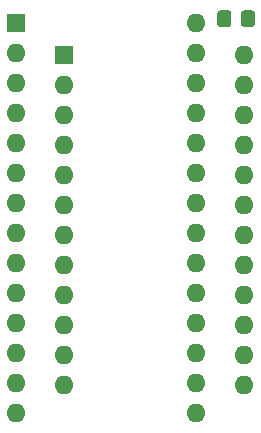
<source format=gts>
G04 #@! TF.GenerationSoftware,KiCad,Pcbnew,5.1.12-84ad8e8a86~92~ubuntu20.04.1*
G04 #@! TF.CreationDate,2022-05-17T18:41:04-04:00*
G04 #@! TF.ProjectId,fm1608-to-6116,666d3136-3038-42d7-946f-2d363131362e,1.0*
G04 #@! TF.SameCoordinates,Original*
G04 #@! TF.FileFunction,Soldermask,Top*
G04 #@! TF.FilePolarity,Negative*
%FSLAX46Y46*%
G04 Gerber Fmt 4.6, Leading zero omitted, Abs format (unit mm)*
G04 Created by KiCad (PCBNEW 5.1.12-84ad8e8a86~92~ubuntu20.04.1) date 2022-05-17 18:41:04*
%MOMM*%
%LPD*%
G01*
G04 APERTURE LIST*
%ADD10O,1.600000X1.600000*%
%ADD11R,1.600000X1.600000*%
G04 APERTURE END LIST*
G36*
G01*
X148609000Y-73665501D02*
X148609000Y-72765499D01*
G75*
G02*
X148858999Y-72515500I249999J0D01*
G01*
X149559001Y-72515500D01*
G75*
G02*
X149809000Y-72765499I0J-249999D01*
G01*
X149809000Y-73665501D01*
G75*
G02*
X149559001Y-73915500I-249999J0D01*
G01*
X148858999Y-73915500D01*
G75*
G02*
X148609000Y-73665501I0J249999D01*
G01*
G37*
G36*
G01*
X146609000Y-73665501D02*
X146609000Y-72765499D01*
G75*
G02*
X146858999Y-72515500I249999J0D01*
G01*
X147559001Y-72515500D01*
G75*
G02*
X147809000Y-72765499I0J-249999D01*
G01*
X147809000Y-73665501D01*
G75*
G02*
X147559001Y-73915500I-249999J0D01*
G01*
X146858999Y-73915500D01*
G75*
G02*
X146609000Y-73665501I0J249999D01*
G01*
G37*
D10*
X144780000Y-73596500D03*
X129540000Y-106616500D03*
X144780000Y-76136500D03*
X129540000Y-104076500D03*
X144780000Y-78676500D03*
X129540000Y-101536500D03*
X144780000Y-81216500D03*
X129540000Y-98996500D03*
X144780000Y-83756500D03*
X129540000Y-96456500D03*
X144780000Y-86296500D03*
X129540000Y-93916500D03*
X144780000Y-88836500D03*
X129540000Y-91376500D03*
X144780000Y-91376500D03*
X129540000Y-88836500D03*
X144780000Y-93916500D03*
X129540000Y-86296500D03*
X144780000Y-96456500D03*
X129540000Y-83756500D03*
X144780000Y-98996500D03*
X129540000Y-81216500D03*
X144780000Y-101536500D03*
X129540000Y-78676500D03*
X144780000Y-104076500D03*
X129540000Y-76136500D03*
X144780000Y-106616500D03*
D11*
X129540000Y-73596500D03*
D10*
X148907500Y-76263500D03*
X133667500Y-104203500D03*
X148907500Y-78803500D03*
X133667500Y-101663500D03*
X148907500Y-81343500D03*
X133667500Y-99123500D03*
X148907500Y-83883500D03*
X133667500Y-96583500D03*
X148907500Y-86423500D03*
X133667500Y-94043500D03*
X148907500Y-88963500D03*
X133667500Y-91503500D03*
X148907500Y-91503500D03*
X133667500Y-88963500D03*
X148907500Y-94043500D03*
X133667500Y-86423500D03*
X148907500Y-96583500D03*
X133667500Y-83883500D03*
X148907500Y-99123500D03*
X133667500Y-81343500D03*
X148907500Y-101663500D03*
X133667500Y-78803500D03*
X148907500Y-104203500D03*
D11*
X133667500Y-76263500D03*
M02*

</source>
